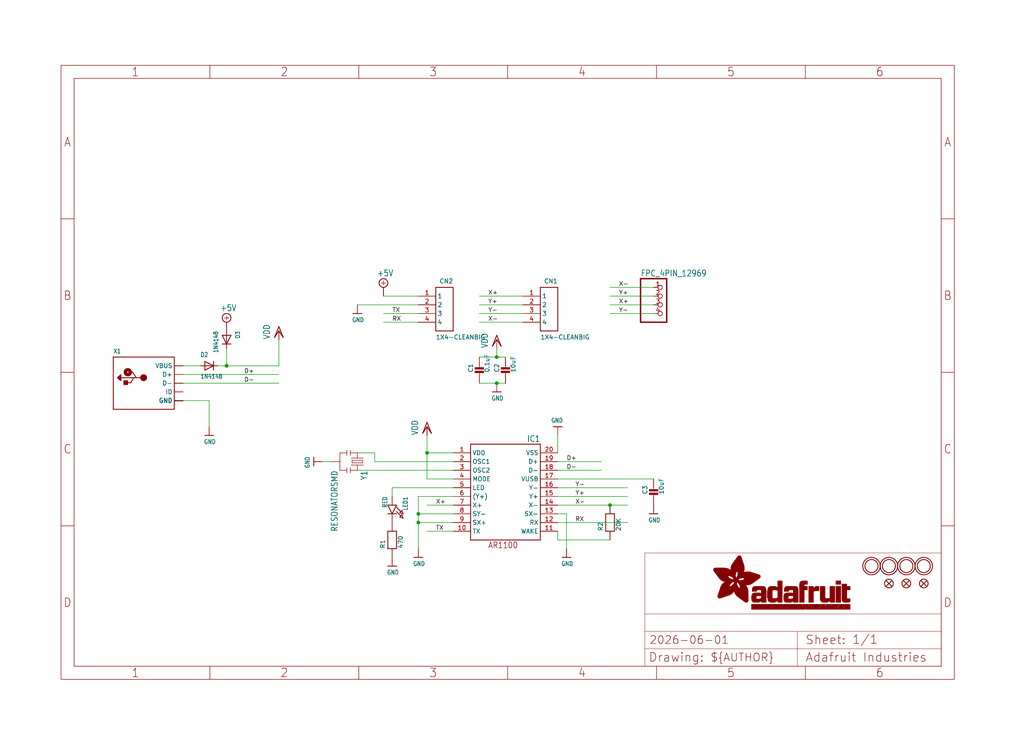
<source format=kicad_sch>
(kicad_sch (version 20230121) (generator eeschema)
  (paper "User" 298.45 217.322)
  (lib_symbols
    (symbol "working-eagle-import:+5V" (power)
      (property "Value" "+5V" (at -1.905 3.175 0))
      (symbol "+5V_1_0"
        (pin power_in line (at 0 -2.54 90) (length 2.54) (name "+5V") (number "1"))
      )
    )
    (symbol "working-eagle-import:1X4-CLEANBIG"
      (property "Reference" "CN" (at 5.08 7.62 0))
      (symbol "1X4-CLEANBIG_1_0"
        (pin bidirectional line (at -5.08 2.54 0) (length 5.08) (name "1") (number "1"))
        (pin bidirectional line (at -5.08 0 0) (length 5.08) (name "2") (number "2"))
        (pin bidirectional line (at -5.08 -2.54 0) (length 5.08) (name "3") (number "3"))
        (pin bidirectional line (at -5.08 -5.08 0) (length 5.08) (name "4") (number "4"))
      )
    )
    (symbol "working-eagle-import:AR1100_SSOP"
      (property "Reference" "IC" (at 10.16 15.24 0))
      (symbol "AR1100_SSOP_1_0"
        (text "AR1100" (at -5.08 -17.78 0) (effects (font (size 1.778 1.5113)) (justify left bottom)))
        (pin power_in line (at -15.24 10.16 0) (length 5.08) (name "VDD") (number "1"))
        (pin output line (at -15.24 -12.7 0) (length 5.08) (name "TX") (number "10"))
        (pin input line (at 15.24 -12.7 180) (length 5.08) (name "WAKE") (number "11"))
        (pin input line (at 15.24 -10.16 180) (length 5.08) (name "RX") (number "12"))
        (pin bidirectional line (at 15.24 -7.62 180) (length 5.08) (name "SX-") (number "13"))
        (pin bidirectional line (at 15.24 -5.08 180) (length 5.08) (name "X-") (number "14"))
        (pin bidirectional line (at 15.24 -2.54 180) (length 5.08) (name "Y+") (number "15"))
        (pin bidirectional line (at 15.24 0 180) (length 5.08) (name "Y-") (number "16"))
        (pin power_in line (at 15.24 2.54 180) (length 5.08) (name "VUSB") (number "17"))
        (pin bidirectional line (at 15.24 5.08 180) (length 5.08) (name "D-") (number "18"))
        (pin bidirectional line (at 15.24 7.62 180) (length 5.08) (name "D+") (number "19"))
        (pin passive line (at -15.24 7.62 0) (length 5.08) (name "OSC1") (number "2"))
        (pin power_in line (at 15.24 10.16 180) (length 5.08) (name "VSS") (number "20"))
        (pin passive line (at -15.24 5.08 0) (length 5.08) (name "OSC2") (number "3"))
        (pin input line (at -15.24 2.54 0) (length 5.08) (name "MODE") (number "4"))
        (pin output line (at -15.24 0 0) (length 5.08) (name "LED") (number "5"))
        (pin bidirectional line (at -15.24 -2.54 0) (length 5.08) (name "(Y+)") (number "6"))
        (pin bidirectional line (at -15.24 -5.08 0) (length 5.08) (name "X+") (number "7"))
        (pin bidirectional line (at -15.24 -7.62 0) (length 5.08) (name "SY-") (number "8"))
        (pin bidirectional line (at -15.24 -10.16 0) (length 5.08) (name "SX+") (number "9"))
      )
    )
    (symbol "working-eagle-import:CAP_CERAMIC0805-NOOUTLINE"
      (property "Reference" "C" (at -1.79 0.54 90))
      (symbol "CAP_CERAMIC0805-NOOUTLINE_1_0"
        (pin passive line (at 0 5.08 270) (length 2.54) (name "1") (number "1"))
        (pin passive line (at 0 -2.54 90) (length 2.54) (name "2") (number "2"))
      )
    )
    (symbol "working-eagle-import:DIODESOD-323F"
      (property "Reference" "D" (at -2.54 2.54 0))
      (symbol "DIODESOD-323F_1_0"
        (pin passive line (at -2.54 0 0) (length 2.54) (name "A") (number "A"))
        (pin passive line (at 2.54 0 180) (length 2.54) (name "C") (number "C"))
      )
    )
    (symbol "working-eagle-import:FIDUCIAL{dblquote}{dblquote}")
    (symbol "working-eagle-import:FPC_4PIN_12969"
      (symbol "FPC_4PIN_12969_1_0"
        (pin passive inverted (at -2.54 -2.54 0) (length 2.54) (name "4") (number "1"))
        (pin passive inverted (at -2.54 0 0) (length 2.54) (name "3") (number "2"))
        (pin passive inverted (at -2.54 2.54 0) (length 2.54) (name "2") (number "3"))
        (pin passive inverted (at -2.54 5.08 0) (length 2.54) (name "1") (number "4"))
      )
    )
    (symbol "working-eagle-import:FRAME_A4_ADAFRUIT"
      (symbol "FRAME_A4_ADAFRUIT_1_0"
        (text "${#}/${##}" (at 230.505 10.16 0) (effects (font (size 2.54 2.54)) (justify left bottom)))
        (text "${AUTHOR}" (at 189.23 5.08 0) (effects (font (size 2.286 2.286)) (justify left bottom)))
        (text "${CURRENT_DATE}" (at 171.45 10.16 0) (effects (font (size 2.286 2.286)) (justify left bottom)))
        (text "${PROJECTNAME}" (at 171.45 15.24 0) (effects (font (size 2.54 2.54)) (justify left bottom)))
        (text "1" (at 21.6958 1.905 0) (effects (font (size 2.54 2.286))))
        (text "1" (at 21.6958 177.165 0) (effects (font (size 2.54 2.286))))
        (text "2" (at 65.0875 1.905 0) (effects (font (size 2.54 2.286))))
        (text "2" (at 65.0875 177.165 0) (effects (font (size 2.54 2.286))))
        (text "3" (at 108.4792 1.905 0) (effects (font (size 2.54 2.286))))
        (text "3" (at 108.4792 177.165 0) (effects (font (size 2.54 2.286))))
        (text "4" (at 151.8708 1.905 0) (effects (font (size 2.54 2.286))))
        (text "4" (at 151.8708 177.165 0) (effects (font (size 2.54 2.286))))
        (text "5" (at 195.2625 1.905 0) (effects (font (size 2.54 2.286))))
        (text "5" (at 195.2625 177.165 0) (effects (font (size 2.54 2.286))))
        (text "6" (at 238.6542 1.905 0) (effects (font (size 2.54 2.286))))
        (text "6" (at 238.6542 177.165 0) (effects (font (size 2.54 2.286))))
        (text "A" (at 1.905 156.6863 0) (effects (font (size 2.54 2.286))))
        (text "A" (at 258.445 156.6863 0) (effects (font (size 2.54 2.286))))
        (text "Adafruit Industries" (at 216.916 4.953 0) (effects (font (size 2.54 2.54)) (justify left bottom)))
        (text "B" (at 1.905 111.9188 0) (effects (font (size 2.54 2.286))))
        (text "B" (at 258.445 111.9188 0) (effects (font (size 2.54 2.286))))
        (text "C" (at 1.905 67.1513 0) (effects (font (size 2.54 2.286))))
        (text "C" (at 258.445 67.1513 0) (effects (font (size 2.54 2.286))))
        (text "D" (at 1.905 22.3838 0) (effects (font (size 2.54 2.286))))
        (text "D" (at 258.445 22.3838 0) (effects (font (size 2.54 2.286))))
        (text "Drawing:" (at 171.196 4.953 0) (effects (font (size 2.54 2.54)) (justify left bottom)))
        (text "Sheet:" (at 216.916 10.033 0) (effects (font (size 2.54 2.54)) (justify left bottom)))
      )
    )
    (symbol "working-eagle-import:GND" (power)
      (property "Value" "GND" (at -1.524 -2.54 0))
      (symbol "GND_1_0"
        (pin power_in line (at 0 2.54 270) (length 2.54) (name "GND") (number "1"))
      )
    )
    (symbol "working-eagle-import:LED0805_NOOUTLINE"
      (property "Reference" "LED" (at -5.08 3.175 0))
      (symbol "LED0805_NOOUTLINE_1_0"
        (pin passive line (at -5.08 0 0) (length 2.54) (name "A") (number "A"))
        (pin passive line (at 2.54 0 180) (length 2.54) (name "C") (number "C"))
      )
    )
    (symbol "working-eagle-import:MOUNTINGHOLE2.5")
    (symbol "working-eagle-import:RESISTOR0805_NOOUTLINE"
      (property "Reference" "R" (at -2.54 2.032 0))
      (symbol "RESISTOR0805_NOOUTLINE_1_0"
        (pin passive line (at -5.08 0 0) (length 2.54) (name "1") (number "1"))
        (pin passive line (at 5.08 0 180) (length 2.54) (name "2") (number "2"))
      )
    )
    (symbol "working-eagle-import:RESONATORSMD"
      (property "Reference" "Y" (at 2.54 1.016 0))
      (symbol "RESONATORSMD_1_0"
        (pin passive line (at -2.54 0 0) (length 0) (name "1") (number "1"))
        (pin passive line (at 0 -7.62 90) (length 0) (name "2") (number "2"))
        (pin passive line (at 2.54 0 180) (length 0) (name "3") (number "3"))
      )
    )
    (symbol "working-eagle-import:USBMINIB"
      (property "Reference" "X" (at -10.16 8.636 0))
      (symbol "USBMINIB_1_0"
        (pin bidirectional line (at 10.16 2.54 180) (length 2.54) (name "D+") (number "D+"))
        (pin bidirectional line (at 10.16 0 180) (length 2.54) (name "D-") (number "D-"))
        (pin power_in line (at 10.16 -5.08 180) (length 2.54) (name "GND") (number "GND"))
        (pin power_in line (at 10.16 -5.08 180) (length 2.54) (name "GND") (number "GND1"))
        (pin power_in line (at 10.16 -5.08 180) (length 2.54) (name "GND") (number "GND2"))
        (pin power_in line (at 10.16 -5.08 180) (length 2.54) (name "GND") (number "GND3"))
        (pin power_in line (at 10.16 -5.08 180) (length 2.54) (name "GND") (number "GND4"))
        (pin bidirectional line (at 10.16 -2.54 180) (length 2.54) (name "ID") (number "ID"))
        (pin power_in line (at 10.16 5.08 180) (length 2.54) (name "VBUS") (number "VBUS"))
      )
    )
    (symbol "working-eagle-import:VDD" (power)
      (property "Value" "VDD" (at -2.54 -2.54 90))
      (symbol "VDD_1_0"
        (pin power_in line (at 0 -2.54 90) (length 2.54) (name "VDD") (number "1"))
      )
    )
  )
  (junction (at 66.04 106.68))
  (junction (at 121.92 149.86))
  (junction (at 121.92 152.4))
  (junction (at 144.78 104.14))
  (junction (at 177.8 147.32))
  (junction (at 124.46 132.08))
  (junction (at 144.78 111.76))
  (wire (pts (xy 139.7 111.76) (xy 144.78 111.76)) (stroke (width 0.1524)))
  (wire (pts (xy 66.04 106.68) (xy 81.28 106.68)) (stroke (width 0.1524)))
  (wire (pts (xy 162.56 154.94) (xy 162.56 157.48)) (stroke (width 0.1524)))
  (wire (pts (xy 81.28 106.68) (xy 81.28 99.06)) (stroke (width 0.1524)))
  (wire (pts (xy 53.34 109.22) (xy 81.28 109.22)) (stroke (width 0.1524)))
  (wire (pts (xy 162.56 139.7) (xy 190.5 139.7)) (stroke (width 0.1524)))
  (wire (pts (xy 190.5 91.44) (xy 177.8 91.44)) (stroke (width 0.1524)))
  (wire (pts (xy 53.34 116.84) (xy 60.96 116.84)) (stroke (width 0.1524)))
  (wire (pts (xy 162.56 142.24) (xy 182.88 142.24)) (stroke (width 0.1524)))
  (wire (pts (xy 132.08 144.78) (xy 121.92 144.78)) (stroke (width 0.1524)))
  (wire (pts (xy 162.56 134.62) (xy 175.26 134.62)) (stroke (width 0.1524)))
  (wire (pts (xy 190.5 83.82) (xy 177.8 83.82)) (stroke (width 0.1524)))
  (wire (pts (xy 124.46 132.08) (xy 124.46 127)) (stroke (width 0.1524)))
  (wire (pts (xy 144.78 104.14) (xy 144.78 101.6)) (stroke (width 0.1524)))
  (wire (pts (xy 104.14 137.16) (xy 132.08 137.16)) (stroke (width 0.1524)))
  (wire (pts (xy 139.7 91.44) (xy 152.4 91.44)) (stroke (width 0.1524)))
  (wire (pts (xy 121.92 152.4) (xy 121.92 160.02)) (stroke (width 0.1524)))
  (wire (pts (xy 124.46 139.7) (xy 124.46 132.08)) (stroke (width 0.1524)))
  (wire (pts (xy 66.04 106.68) (xy 66.04 101.6)) (stroke (width 0.1524)))
  (wire (pts (xy 177.8 88.9) (xy 190.5 88.9)) (stroke (width 0.1524)))
  (wire (pts (xy 121.92 93.98) (xy 111.76 93.98)) (stroke (width 0.1524)))
  (wire (pts (xy 162.56 137.16) (xy 175.26 137.16)) (stroke (width 0.1524)))
  (wire (pts (xy 144.78 104.14) (xy 147.32 104.14)) (stroke (width 0.1524)))
  (wire (pts (xy 132.08 139.7) (xy 124.46 139.7)) (stroke (width 0.1524)))
  (wire (pts (xy 132.08 152.4) (xy 121.92 152.4)) (stroke (width 0.1524)))
  (wire (pts (xy 111.76 86.36) (xy 121.92 86.36)) (stroke (width 0.1524)))
  (wire (pts (xy 132.08 147.32) (xy 124.46 147.32)) (stroke (width 0.1524)))
  (wire (pts (xy 63.5 106.68) (xy 66.04 106.68)) (stroke (width 0.1524)))
  (wire (pts (xy 132.08 132.08) (xy 124.46 132.08)) (stroke (width 0.1524)))
  (wire (pts (xy 139.7 104.14) (xy 144.78 104.14)) (stroke (width 0.1524)))
  (wire (pts (xy 139.7 88.9) (xy 152.4 88.9)) (stroke (width 0.1524)))
  (wire (pts (xy 111.76 91.44) (xy 121.92 91.44)) (stroke (width 0.1524)))
  (wire (pts (xy 121.92 152.4) (xy 121.92 149.86)) (stroke (width 0.1524)))
  (wire (pts (xy 139.7 86.36) (xy 152.4 86.36)) (stroke (width 0.1524)))
  (wire (pts (xy 132.08 154.94) (xy 124.46 154.94)) (stroke (width 0.1524)))
  (wire (pts (xy 121.92 149.86) (xy 132.08 149.86)) (stroke (width 0.1524)))
  (wire (pts (xy 162.56 127) (xy 162.56 132.08)) (stroke (width 0.1524)))
  (wire (pts (xy 53.34 111.76) (xy 81.28 111.76)) (stroke (width 0.1524)))
  (wire (pts (xy 162.56 157.48) (xy 177.8 157.48)) (stroke (width 0.1524)))
  (wire (pts (xy 109.22 134.62) (xy 132.08 134.62)) (stroke (width 0.1524)))
  (wire (pts (xy 93.98 134.62) (xy 96.52 134.62)) (stroke (width 0.1524)))
  (wire (pts (xy 165.1 149.86) (xy 165.1 160.02)) (stroke (width 0.1524)))
  (wire (pts (xy 114.3 142.24) (xy 132.08 142.24)) (stroke (width 0.1524)))
  (wire (pts (xy 109.22 132.08) (xy 104.14 132.08)) (stroke (width 0.1524)))
  (wire (pts (xy 162.56 144.78) (xy 182.88 144.78)) (stroke (width 0.1524)))
  (wire (pts (xy 114.3 144.78) (xy 114.3 142.24)) (stroke (width 0.1524)))
  (wire (pts (xy 162.56 149.86) (xy 165.1 149.86)) (stroke (width 0.1524)))
  (wire (pts (xy 121.92 88.9) (xy 104.14 88.9)) (stroke (width 0.1524)))
  (wire (pts (xy 190.5 86.36) (xy 177.8 86.36)) (stroke (width 0.1524)))
  (wire (pts (xy 139.7 93.98) (xy 152.4 93.98)) (stroke (width 0.1524)))
  (wire (pts (xy 109.22 134.62) (xy 109.22 132.08)) (stroke (width 0.1524)))
  (wire (pts (xy 162.56 152.4) (xy 182.88 152.4)) (stroke (width 0.1524)))
  (wire (pts (xy 53.34 106.68) (xy 58.42 106.68)) (stroke (width 0.1524)))
  (wire (pts (xy 162.56 147.32) (xy 177.8 147.32)) (stroke (width 0.1524)))
  (wire (pts (xy 144.78 111.76) (xy 147.32 111.76)) (stroke (width 0.1524)))
  (wire (pts (xy 60.96 116.84) (xy 60.96 124.46)) (stroke (width 0.1524)))
  (wire (pts (xy 177.8 147.32) (xy 182.88 147.32)) (stroke (width 0.1524)))
  (wire (pts (xy 121.92 144.78) (xy 121.92 149.86)) (stroke (width 0.1524)))
  (label "X+" (at 180.34 88.9 0) (effects (font (size 1.2446 1.2446))))
  (label "Y+" (at 142.24 88.9 0) (effects (font (size 1.2446 1.2446))))
  (label "X+" (at 142.24 86.36 0) (effects (font (size 1.2446 1.2446))))
  (label "Y+" (at 180.34 86.36 0) (effects (font (size 1.2446 1.2446))))
  (label "X+" (at 127 147.32 0) (effects (font (size 1.2446 1.2446))))
  (label "Y+" (at 167.64 144.78 0) (effects (font (size 1.2446 1.2446))))
  (label "X-" (at 167.64 147.32 0) (effects (font (size 1.2446 1.2446))))
  (label "X-" (at 180.34 83.82 0) (effects (font (size 1.2446 1.2446))))
  (label "D-" (at 71.12 111.76 0) (effects (font (size 1.2446 1.2446))))
  (label "D+" (at 71.12 109.22 0) (effects (font (size 1.2446 1.2446))))
  (label "TX" (at 114.3 91.44 0) (effects (font (size 1.2446 1.2446))))
  (label "Y-" (at 167.64 142.24 0) (effects (font (size 1.2446 1.2446))))
  (label "D-" (at 165.1 137.16 0) (effects (font (size 1.2446 1.2446))))
  (label "RX" (at 114.3 93.98 0) (effects (font (size 1.2446 1.2446))))
  (label "X-" (at 142.24 93.98 0) (effects (font (size 1.2446 1.2446))))
  (label "D+" (at 165.1 134.62 0) (effects (font (size 1.2446 1.2446))))
  (label "Y-" (at 142.24 91.44 0) (effects (font (size 1.2446 1.2446))))
  (label "Y-" (at 180.34 91.44 0) (effects (font (size 1.2446 1.2446))))
  (label "TX" (at 127 154.94 0) (effects (font (size 1.2446 1.2446))))
  (label "RX" (at 167.64 152.4 0) (effects (font (size 1.2446 1.2446))))
  (symbol (lib_id "working-eagle-import:RESONATORSMD") (at 104.14 134.62 270) (unit 1)
    (property "Reference" "Y1" (at 105.156 137.16 0) (effects (font (size 1.778 1.5113)) (justify left bottom)))
    (property "Value" "RESONATORSMD" (at 96.52 137.16 0) (effects (font (size 1.778 1.5113)) (justify left bottom)))
    (property "Footprint" "working:RESONATOR-SMD" (effects hide))
  )
  (symbol (lib_id "working-eagle-import:CAP_CERAMIC0805-NOOUTLINE") (at 139.7 109.22 0) (unit 1)
    (property "Reference" "C1" (at 137.91 108.68 90) (effects (justify left bottom)))
    (property "Value" "0.1uF" (at 142.7 108.68 90) (effects (justify left bottom)))
    (property "Footprint" "working:0805-NO" (effects hide))
  )
  (symbol (lib_id "working-eagle-import:GND") (at 162.56 124.46 180) (unit 1)
    (property "Reference" "#U$10" (effects hide))
    (property "Value" "GND" (at 164.084 121.92 0) (effects (font (size 1.27 1.0795)) (justify left bottom)))
  )
  (symbol (lib_id "working-eagle-import:VDD") (at 81.28 96.52 0) (unit 1)
    (property "Reference" "#VDD1" (effects hide))
    (property "Value" "VDD" (at 78.74 99.06 90) (effects (font (size 1.778 1.5113)) (justify left bottom)))
  )
  (symbol (lib_id "working-eagle-import:FPC_4PIN_12969") (at 193.04 86.36 0) (mirror x) (unit 1)
    (property "Reference" "U$7" (effects hide))
    (property "Value" "FPC_4PIN_12969" (at 186.69 78.74 0) (effects (font (size 1.778 1.5113)) (justify left bottom)))
    (property "Footprint" "working:FPC_CONN_1MM_DUAL_4P" (effects hide))
  )
  (symbol (lib_id "working-eagle-import:FIDUCIAL{dblquote}{dblquote}") (at 269.24 170.18 0) (unit 1)
    (property "Reference" "FID1" (effects hide))
    (property "Value" "FIDUCIAL{dblquote}{dblquote}" (effects hide))
    (property "Footprint" "working:FIDUCIAL_1MM" (effects hide))
  )
  (symbol (lib_id "working-eagle-import:1X4-CLEANBIG") (at 127 88.9 0) (unit 1)
    (property "Reference" "CN2" (at 132.08 81.28 0) (effects (justify right top)))
    (property "Value" "1X4-CLEANBIG" (at 127 99.06 0) (effects (justify left bottom)))
    (property "Footprint" "working:1X04-CLEANBIG" (effects hide))
  )
  (symbol (lib_id "working-eagle-import:CAP_CERAMIC0805-NOOUTLINE") (at 147.32 109.22 0) (unit 1)
    (property "Reference" "C2" (at 145.53 108.68 90) (effects (justify left bottom)))
    (property "Value" "10uF" (at 150.32 108.68 90) (effects (justify left bottom)))
    (property "Footprint" "working:0805-NO" (effects hide))
  )
  (symbol (lib_id "working-eagle-import:CAP_CERAMIC0805-NOOUTLINE") (at 190.5 144.78 0) (unit 1)
    (property "Reference" "C3" (at 188.71 144.24 90) (effects (justify left bottom)))
    (property "Value" "10uF" (at 193.5 144.24 90) (effects (justify left bottom)))
    (property "Footprint" "working:0805-NO" (effects hide))
  )
  (symbol (lib_id "working-eagle-import:MOUNTINGHOLE2.5") (at 259.08 165.1 0) (unit 1)
    (property "Reference" "U$2" (effects hide))
    (property "Value" "MOUNTINGHOLE2.5" (effects hide))
    (property "Footprint" "working:MOUNTINGHOLE_2.5_PLATED" (effects hide))
    (property "BOM" "EXCLUDE" (effects hide))
  )
  (symbol (lib_id "working-eagle-import:MOUNTINGHOLE2.5") (at 264.16 165.1 0) (unit 1)
    (property "Reference" "U$5" (effects hide))
    (property "Value" "MOUNTINGHOLE2.5" (effects hide))
    (property "Footprint" "working:MOUNTINGHOLE_2.5_PLATED" (effects hide))
  )
  (symbol (lib_id "working-eagle-import:MOUNTINGHOLE2.5") (at 269.24 165.1 0) (unit 1)
    (property "Reference" "U$4" (effects hide))
    (property "Value" "MOUNTINGHOLE2.5" (effects hide))
    (property "Footprint" "working:MOUNTINGHOLE_2.5_PLATED" (effects hide))
  )
  (symbol (lib_id "working-eagle-import:+5V") (at 66.04 93.98 0) (unit 1)
    (property "Reference" "#SUPPLY1" (effects hide))
    (property "Value" "+5V" (at 64.135 90.805 0) (effects (font (size 1.778 1.5113)) (justify left bottom)))
  )
  (symbol (lib_id "working-eagle-import:DIODESOD-323F") (at 60.96 106.68 0) (unit 1)
    (property "Reference" "D2" (at 58.42 104.14 0) (effects (font (size 1.27 1.0795)) (justify left bottom)))
    (property "Value" "1N4148" (at 58.42 110.49 0) (effects (font (size 1.27 1.0795)) (justify left bottom)))
    (property "Footprint" "working:SOD-323F" (effects hide))
  )
  (symbol (lib_id "working-eagle-import:GND") (at 190.5 149.86 0) (unit 1)
    (property "Reference" "#U$9" (effects hide))
    (property "Value" "GND" (at 188.976 152.4 0) (effects (font (size 1.27 1.0795)) (justify left bottom)))
  )
  (symbol (lib_id "working-eagle-import:DIODESOD-323F") (at 66.04 99.06 270) (unit 1)
    (property "Reference" "D3" (at 68.58 96.52 0) (effects (font (size 1.27 1.0795)) (justify left bottom)))
    (property "Value" "1N4148" (at 62.23 96.52 0) (effects (font (size 1.27 1.0795)) (justify left bottom)))
    (property "Footprint" "working:SOD-323F" (effects hide))
  )
  (symbol (lib_id "working-eagle-import:USBMINIB") (at 43.18 111.76 0) (unit 1)
    (property "Reference" "X1" (at 33.02 103.124 0) (effects (font (size 1.27 1.0795)) (justify left bottom)))
    (property "Value" "USBMINIB" (effects hide))
    (property "Footprint" "working:USB-MINIB" (effects hide))
  )
  (symbol (lib_id "working-eagle-import:GND") (at 60.96 127 0) (unit 1)
    (property "Reference" "#U$8" (effects hide))
    (property "Value" "GND" (at 59.436 129.54 0) (effects (font (size 1.27 1.0795)) (justify left bottom)))
  )
  (symbol (lib_id "working-eagle-import:VDD") (at 144.78 99.06 0) (unit 1)
    (property "Reference" "#VDD3" (effects hide))
    (property "Value" "VDD" (at 142.24 101.6 90) (effects (font (size 1.778 1.5113)) (justify left bottom)))
  )
  (symbol (lib_id "working-eagle-import:LED0805_NOOUTLINE") (at 114.3 149.86 270) (unit 1)
    (property "Reference" "LED1" (at 117.475 144.78 0) (effects (font (size 1.27 1.0795)) (justify left bottom)))
    (property "Value" "RED" (at 111.506 144.78 0) (effects (font (size 1.27 1.0795)) (justify left bottom)))
    (property "Footprint" "working:CHIPLED_0805_NOOUTLINE" (effects hide))
  )
  (symbol (lib_id "working-eagle-import:FIDUCIAL{dblquote}{dblquote}") (at 264.16 170.18 0) (unit 1)
    (property "Reference" "FID2" (effects hide))
    (property "Value" "FIDUCIAL{dblquote}{dblquote}" (effects hide))
    (property "Footprint" "working:FIDUCIAL_1MM" (effects hide))
  )
  (symbol (lib_id "working-eagle-import:1X4-CLEANBIG") (at 157.48 88.9 0) (unit 1)
    (property "Reference" "CN1" (at 162.56 81.28 0) (effects (justify right top)))
    (property "Value" "1X4-CLEANBIG" (at 157.48 99.06 0) (effects (justify left bottom)))
    (property "Footprint" "working:1X04-CLEANBIG" (effects hide))
  )
  (symbol (lib_id "working-eagle-import:GND") (at 114.3 165.1 0) (unit 1)
    (property "Reference" "#U$11" (effects hide))
    (property "Value" "GND" (at 112.776 167.64 0) (effects (font (size 1.27 1.0795)) (justify left bottom)))
  )
  (symbol (lib_id "working-eagle-import:RESISTOR0805_NOOUTLINE") (at 114.3 157.48 90) (unit 1)
    (property "Reference" "R1" (at 112.268 160.02 0) (effects (justify left bottom)))
    (property "Value" "470" (at 117.475 160.02 0) (effects (justify left bottom)))
    (property "Footprint" "working:0805-NO" (effects hide))
  )
  (symbol (lib_id "working-eagle-import:GND") (at 91.44 134.62 270) (unit 1)
    (property "Reference" "#U$12" (effects hide))
    (property "Value" "GND" (at 88.9 133.096 0) (effects (font (size 1.27 1.0795)) (justify left bottom)))
  )
  (symbol (lib_id "working-eagle-import:FIDUCIAL{dblquote}{dblquote}") (at 259.08 170.18 0) (unit 1)
    (property "Reference" "FID3" (effects hide))
    (property "Value" "FIDUCIAL{dblquote}{dblquote}" (effects hide))
    (property "Footprint" "working:FIDUCIAL_1MM" (effects hide))
    (property "BOM" "EXCLUDE" (effects hide))
  )
  (symbol (lib_id "working-eagle-import:GND") (at 104.14 91.44 0) (unit 1)
    (property "Reference" "#U$3" (effects hide))
    (property "Value" "GND" (at 102.616 93.98 0) (effects (font (size 1.27 1.0795)) (justify left bottom)))
  )
  (symbol (lib_id "working-eagle-import:GND") (at 121.92 162.56 0) (unit 1)
    (property "Reference" "#U$15" (effects hide))
    (property "Value" "GND" (at 120.396 165.1 0) (effects (font (size 1.27 1.0795)) (justify left bottom)))
  )
  (symbol (lib_id "working-eagle-import:MOUNTINGHOLE2.5") (at 254 165.1 0) (unit 1)
    (property "Reference" "U$6" (effects hide))
    (property "Value" "MOUNTINGHOLE2.5" (effects hide))
    (property "Footprint" "working:MOUNTINGHOLE_2.5_PLATED" (effects hide))
    (property "BOM" "EXCLUDE" (effects hide))
  )
  (symbol (lib_id "working-eagle-import:FRAME_A4_ADAFRUIT") (at 17.78 198.12 0) (unit 1)
    (property "Reference" "#U$1" (effects hide))
    (property "Value" "FRAME_A4_ADAFRUIT" (effects hide))
  )
  (symbol (lib_id "working-eagle-import:VDD") (at 124.46 124.46 0) (unit 1)
    (property "Reference" "#VDD2" (effects hide))
    (property "Value" "VDD" (at 121.92 127 90) (effects (font (size 1.778 1.5113)) (justify left bottom)))
  )
  (symbol (lib_id "working-eagle-import:GND") (at 144.78 114.3 0) (unit 1)
    (property "Reference" "#U$16" (effects hide))
    (property "Value" "GND" (at 143.256 116.84 0) (effects (font (size 1.27 1.0795)) (justify left bottom)))
  )
  (symbol (lib_id "working-eagle-import:GND") (at 165.1 162.56 0) (unit 1)
    (property "Reference" "#U$13" (effects hide))
    (property "Value" "GND" (at 163.576 165.1 0) (effects (font (size 1.27 1.0795)) (justify left bottom)))
  )
  (symbol (lib_id "working-eagle-import:+5V") (at 111.76 83.82 0) (unit 1)
    (property "Reference" "#SUPPLY2" (effects hide))
    (property "Value" "+5V" (at 109.855 80.645 0) (effects (font (size 1.778 1.5113)) (justify left bottom)))
  )
  (symbol (lib_id "working-eagle-import:RESISTOR0805_NOOUTLINE") (at 177.8 152.4 90) (unit 1)
    (property "Reference" "R2" (at 175.768 154.94 0) (effects (justify left bottom)))
    (property "Value" "20K" (at 180.975 154.94 0) (effects (justify left bottom)))
    (property "Footprint" "working:0805-NO" (effects hide))
  )
  (symbol (lib_id "working-eagle-import:AR1100_SSOP") (at 147.32 142.24 0) (unit 1)
    (property "Reference" "IC1" (at 157.48 127 0) (effects (font (size 1.778 1.5113)) (justify right top)))
    (property "Value" "AR1100_SSOP" (effects hide))
    (property "Footprint" "working:TSSOP20-5.3MMBODY" (effects hide))
  )
)
</source>
